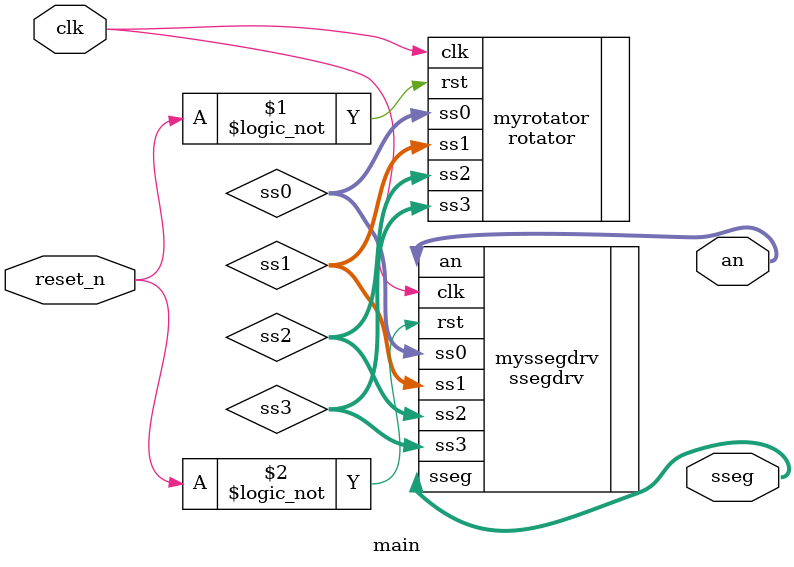
<source format=sv>
`timescale 1ns / 1ps


module main(
    input logic clk,
    input logic reset_n,
    output logic [7:0] an,
    output logic [7:0] sseg
    );
    
    logic [7:0] ss0;
    logic [7:0] ss1;
    logic [7:0] ss2;
    logic [7:0] ss3;
    
    rotator#(.N(3)) myrotator(
    .clk(clk),
    .rst(!reset_n),
    .ss0(ss0),
    .ss1(ss1),
    .ss2(ss2),
    .ss3(ss3)
    );
    
    ssegdrv myssegdrv(
    .clk(clk),
    .rst(!reset_n),
    .ss0(ss0),
    .ss1(ss1),
    .ss2(ss2),
    .ss3(ss3),
    .sseg(sseg),
    .an(an)
    );
    
endmodule

</source>
